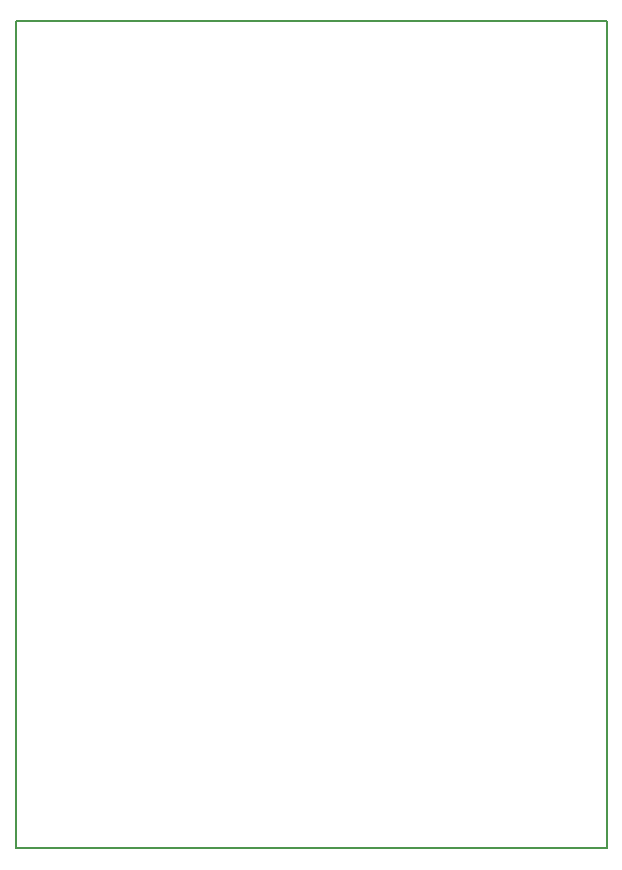
<source format=gbr>
%TF.GenerationSoftware,KiCad,Pcbnew,8.0.2*%
%TF.CreationDate,2024-10-27T20:41:51-03:00*%
%TF.ProjectId,LumiCom_Transmitter,4c756d69-436f-46d5-9f54-72616e736d69,rev?*%
%TF.SameCoordinates,Original*%
%TF.FileFunction,Profile,NP*%
%FSLAX46Y46*%
G04 Gerber Fmt 4.6, Leading zero omitted, Abs format (unit mm)*
G04 Created by KiCad (PCBNEW 8.0.2) date 2024-10-27 20:41:51*
%MOMM*%
%LPD*%
G01*
G04 APERTURE LIST*
%TA.AperFunction,Profile*%
%ADD10C,0.200000*%
%TD*%
G04 APERTURE END LIST*
D10*
X0Y70000000D02*
X50000000Y70000000D01*
X50000000Y0D01*
X0Y0D01*
X0Y70000000D01*
M02*

</source>
